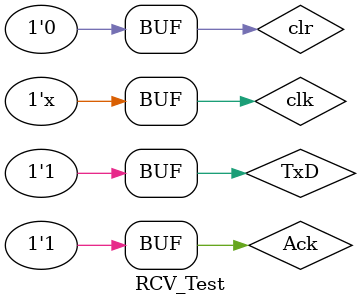
<source format=v>
`timescale 1ns / 1ps


module RCV_Test;

	// Inputs
	reg clk;
	reg clr;
	reg TxD;
	reg Ack;

	// Outputs
	wire Req;
	wire [7:0] char;

	// Instantiate the Unit Under Test (UUT)
	RCV uut (
		.clk(clk), 
		.clr(clr), 
		.TxD(TxD), 
		.Ack(Ack), 
		.Req(Req),
		.char(char)
	);

	initial begin
		// Initialize Inputs
		clk = 0;
		clr = 0;
		TxD = 1;
		Ack = 0;

		// Wait 100 ns for global reset to finish
		#50;
		clr = 1;
		#50;
		clr = 0;
		#160;
        
		// Add stimulus here
		TxD = 0;
		#160;
		TxD = 1;
		#320;
		TxD = 0;
		#160;
		TxD = 1;
		#320;
		TxD = 0;
		#160;
		TxD = 1;
		#600;
		Ack = 1;
	end
      
		always #10 clk = ~clk;
endmodule


</source>
